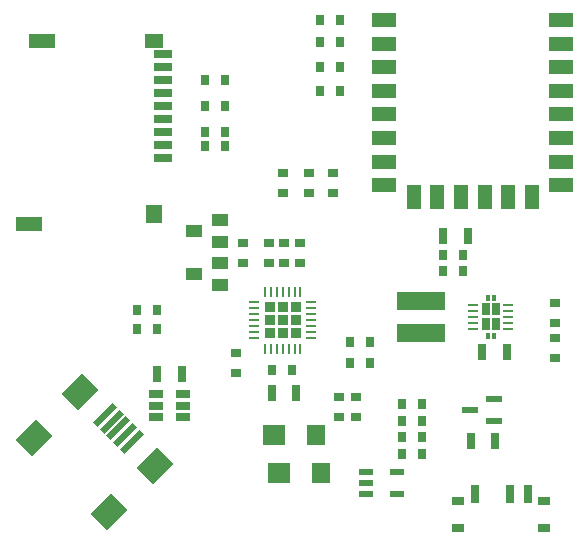
<source format=gtp>
%FSLAX33Y33*%
%MOMM*%
%AMRect-W670710-H870710-RO0.500*
21,1,0.67071,0.87071,0.,0.,270*%
%AMRect-W1500000-H4000000-RO1.500*
21,1,1.5,4.,0.,0.,90*%
%AMRect-W670710-H870710-RO1.000*
21,1,0.67071,0.87071,0.,0.,180*%
%AMRect-W1400000-H1000000-RO1.000*
21,1,1.4,1.,0.,0.,180*%
%AMRect-W670710-H870710-RO1.500*
21,1,0.67071,0.87071,0.,0.,90*%
%AMRect-W700000-H1600000-RO1.500*
21,1,0.7,1.6,0.,0.,90*%
%AMRect-W1200000-H1600000-RO0.500*
21,1,1.2,1.6,0.,0.,270*%
%AMRect-W1600000-H1400000-RO0.500*
21,1,1.6,1.4,0.,0.,270*%
%AMRect-W1200000-H2200000-RO0.500*
21,1,1.2,2.2,0.,0.,270*%
%AMRect-W230000-H800000-RO0.500*
21,1,0.23,0.8,0.,0.,270*%
%AMRect-W1050000-H680000-RO0.500*
21,1,1.05,0.68,0.,0.,270*%
%AMRect-W500000-H260000-RO0.500*
21,1,0.5,0.26,0.,0.,270*%
%AMRect-W1280000-H550000-RO1.000*
21,1,1.28,0.55,0.,0.,180*%
%AMRect-W1520000-H1680000-RO1.000*
21,1,1.52,1.68,0.,0.,180*%
%AMRect-W1880000-H1680000-RO1.000*
21,1,1.88,1.68,0.,0.,180*%
%AMRect-W2300000-H500000-RO1.750*
21,1,2.3,0.5,0.,0.,45*%
%AMRect-W2500000-H2000000-RO1.750*
21,1,2.5,2.,0.,0.,45*%
%AMRect-W600000-H1200000-RO0.500*
21,1,0.6,1.2,0.,0.,270*%
%ADD10Rect-W670710-H870710-RO0.500*%
%ADD11Rect-W1500000-H4000000-RO1.500*%
%ADD12R,0.67071X0.87071*%
%ADD13Rect-W670710-H870710-RO1.000*%
%ADD14R,0.67071X1.32071*%
%ADD15Rect-W1400000-H1000000-RO1.000*%
%ADD16Rect-W670710-H870710-RO1.500*%
%ADD17Rect-W700000-H1600000-RO1.500*%
%ADD18Rect-W1200000-H1600000-RO0.500*%
%ADD19Rect-W1600000-H1400000-RO0.500*%
%ADD20Rect-W1200000-H2200000-RO0.500*%
%ADD21R,0.7X1.5*%
%ADD22R,1.X0.8*%
%ADD23R,1.22X0.62*%
%ADD24Rect-W230000-H800000-RO0.500*%
%ADD25Rect-W1050000-H680000-RO0.500*%
%ADD26Rect-W500000-H260000-RO0.500*%
%ADD27Rect-W1280000-H550000-RO1.000*%
%ADD28Rect-W1520000-H1680000-RO1.000*%
%ADD29Rect-W1880000-H1680000-RO1.000*%
%ADD30Rect-W2300000-H500000-RO1.750*%
%ADD31Rect-W2500000-H2000000-RO1.750*%
%ADD32Rect-W600000-H1200000-RO0.500*%
%ADD33R,2.X1.2*%
%ADD34R,1.2X2.*%
%ADD35R,0.9X0.25*%
%ADD36R,0.25X0.9*%
%ADD37R,0.9X0.9*%
D10*
%LNtop paste_traces*%
%LNtop paste component 0f6bbc825d3b9acc*%
G01*
X46375Y20050D03*
X46375Y18350D03*
%LNtop paste component b5f7dfc42feccbac*%
D11*
X35025Y17485D03*
X35025Y20185D03*
%LNtop paste component 486ebf370a6266ad*%
D12*
X26479Y44025D03*
X28179Y44025D03*
%LNtop paste component d38d5b245d314990*%
D13*
X18465Y34510D03*
X16765Y34510D03*
%LNtop paste component f6f6c710f3d5fc34*%
D14*
X22415Y12475D03*
X24515Y12475D03*
%LNtop paste component cb9ffe53114e7353*%
D15*
X18050Y25210D03*
X18050Y27110D03*
X15850Y26160D03*
%LNtop paste component 67c3e5d30430499a*%
D10*
X22160Y25175D03*
X22160Y23475D03*
%LNtop paste component 076615648775bf88*%
D14*
X40260Y15925D03*
X42360Y15925D03*
%LNtop paste component cca6af50c4a98013*%
D12*
X33475Y7259D03*
X35175Y7259D03*
%LNtop paste component 715ed7d0b1d3afca*%
D15*
X18050Y21575D03*
X18050Y23475D03*
X15850Y22525D03*
%LNtop paste component 9d8acad3d9d6a0d6*%
D16*
X23365Y29350D03*
X23365Y31050D03*
%LNtop paste component bae0712a27b4ea41*%
D12*
X33475Y8680D03*
X35175Y8680D03*
%LNtop paste component 63a34d2486bad1c4*%
D10*
X27575Y31050D03*
X27575Y29350D03*
%LNtop paste component e9e38080a465162a*%
D16*
X29535Y10365D03*
X29535Y12065D03*
%LNtop paste component 40d403f1b58e725a*%
X25535Y29350D03*
X25535Y31050D03*
%LNtop paste component eebbd8b22b528fb9*%
D17*
X13200Y32310D03*
X13200Y33410D03*
X13200Y34510D03*
X13200Y35610D03*
X13200Y36710D03*
X13200Y37810D03*
X13200Y38910D03*
X13200Y40010D03*
X13200Y41110D03*
D18*
X12450Y42210D03*
D19*
X12450Y27610D03*
D20*
X2950Y42210D03*
X1850Y26710D03*
%LNtop paste component 7a5c382ed73f7f01*%
D10*
X19400Y15810D03*
X19400Y14110D03*
%LNtop paste component 348ef3f49df1d6a5*%
D13*
X30710Y15000D03*
X29010Y15000D03*
%LNtop paste component d8a0c5ab795ca37c*%
D16*
X24785Y23475D03*
X24785Y25175D03*
%LNtop paste component 585378ffb4492eb4*%
D12*
X36940Y24125D03*
X38640Y24125D03*
%LNtop paste component 58a0b494729c8b0f*%
D10*
X23475Y25175D03*
X23475Y23475D03*
%LNtop paste component be3523eaeecb83a3*%
D21*
X42600Y3885D03*
X44100Y3885D03*
X39600Y3885D03*
D22*
X38200Y3285D03*
X38200Y0985D03*
X45500Y3285D03*
X45500Y0985D03*
%LNtop paste component b08b3aeb38ad64a9*%
D13*
X18465Y38910D03*
X16765Y38910D03*
%LNtop paste component 6bf5079ea5defa21*%
D23*
X30365Y5779D03*
X30365Y4829D03*
X30365Y3879D03*
X32985Y3879D03*
X32985Y5779D03*
%LNtop paste component 3289a17518b3d6e7*%
D24*
X39500Y19875D03*
X39500Y19375D03*
X39500Y18875D03*
X39500Y18375D03*
X39500Y17875D03*
X42450Y19875D03*
X42450Y19375D03*
X42450Y18875D03*
X42450Y18375D03*
X42450Y17875D03*
D25*
X40525Y19510D03*
X40525Y18240D03*
X41425Y19510D03*
X41425Y18240D03*
D26*
X40725Y20505D03*
X40725Y17245D03*
X41225Y20505D03*
X41225Y17245D03*
%LNtop paste component a8562578979f14ee*%
D27*
X41215Y10050D03*
X41215Y11950D03*
X39185Y11000D03*
%LNtop paste component a19249a7d97fb8cf*%
D10*
X46375Y17060D03*
X46375Y15360D03*
%LNtop paste component 1ac4e853d3c269f5*%
D12*
X22475Y14375D03*
X24175Y14375D03*
%LNtop paste component dd2aebd6988071a3*%
X10999Y19471D03*
X12699Y19471D03*
%LNtop paste component 6f19398e3a637eba*%
D16*
X28081Y10365D03*
X28081Y12065D03*
%LNtop paste component 7b06acf78c478343*%
D13*
X35175Y11500D03*
X33475Y11500D03*
%LNtop paste component ecfddb6ce83e4997*%
D28*
X26155Y8875D03*
D29*
X22575Y8875D03*
%LNtop paste component 32500ce6d7552bec*%
D28*
X26599Y5669D03*
D29*
X23019Y5669D03*
%LNtop paste component 29d9dd5f841c3255*%
D13*
X18465Y33325D03*
X16765Y33325D03*
%LNtop paste component cc942e27117a1124*%
X38640Y22725D03*
X36940Y22725D03*
%LNtop paste component 32fdad48a9229fea*%
D14*
X36950Y25725D03*
X39050Y25725D03*
%LNtop paste component 28271c4a93275f5c*%
D30*
X8301Y10589D03*
X8867Y10023D03*
X9433Y9458D03*
X9998Y8892D03*
X10564Y8326D03*
D31*
X2326Y8645D03*
X6215Y12534D03*
X8620Y2351D03*
X12509Y6240D03*
%LNtop paste component 1717958014e64759*%
D13*
X35175Y10080D03*
X33475Y10080D03*
%LNtop paste component 29d89bcfd640546a*%
D14*
X39250Y8350D03*
X41350Y8350D03*
%LNtop paste component 14e52fb64ffb705e*%
D13*
X18465Y36710D03*
X16765Y36710D03*
%LNtop paste component 7f8b45e1c2dd502c*%
D32*
X12624Y12325D03*
X12624Y11375D03*
X12624Y10425D03*
X14924Y10425D03*
X14924Y11375D03*
X14924Y12325D03*
%LNtop paste component 92a8953b046f1d64*%
D13*
X28179Y40025D03*
X26479Y40025D03*
%LNtop paste component a15209bcba32dbde*%
D12*
X26479Y42190D03*
X28179Y42190D03*
%LNtop paste component 0cf16f86440a554b*%
D33*
X31950Y44025D03*
X31950Y42025D03*
X31950Y40025D03*
X31950Y38025D03*
X31950Y36025D03*
X31950Y34025D03*
X31950Y32025D03*
X31950Y30025D03*
X46950Y30025D03*
X46950Y32025D03*
X46950Y34025D03*
X46950Y36025D03*
X46950Y38025D03*
X46950Y40025D03*
X46950Y42025D03*
X46950Y44025D03*
D34*
X34450Y29025D03*
X36450Y29025D03*
X38450Y29025D03*
X40450Y29025D03*
X42450Y29025D03*
X44450Y29025D03*
%LNtop paste component b1720f8b90caa6c0*%
D12*
X26485Y38025D03*
X28185Y38025D03*
%LNtop paste component 73a5e44f660ff0af*%
D14*
X12699Y14065D03*
X14799Y14065D03*
%LNtop paste component dcefecd9652566ea*%
D12*
X29010Y16790D03*
X30710Y16790D03*
%LNtop paste component 8f391d09d547739e*%
D35*
X20950Y20100D03*
X20950Y19600D03*
X20950Y19100D03*
X20950Y18600D03*
X20950Y18100D03*
X20950Y17600D03*
X20950Y17100D03*
X25750Y17100D03*
X25750Y17600D03*
X25750Y18100D03*
X25750Y18600D03*
X25750Y19100D03*
X25750Y19600D03*
X25750Y20100D03*
D36*
X21850Y16200D03*
X22350Y16200D03*
X22850Y16200D03*
X23350Y16200D03*
X23850Y16200D03*
X24350Y16200D03*
X24850Y16200D03*
X24850Y21000D03*
X24350Y21000D03*
X23850Y21000D03*
X23350Y21000D03*
X22850Y21000D03*
X22350Y21000D03*
X21850Y21000D03*
D37*
X22250Y19700D03*
X23350Y19700D03*
X24450Y19700D03*
X22250Y18600D03*
X23350Y18600D03*
X24450Y18600D03*
X22250Y17500D03*
X23350Y17500D03*
X24450Y17500D03*
%LNtop paste component 465837ab5bd8404d*%
D12*
X10999Y17846D03*
X12699Y17846D03*
%LNtop paste component a90cc3663dad593a*%
D16*
X19950Y23475D03*
X19950Y25175D03*
M02*
</source>
